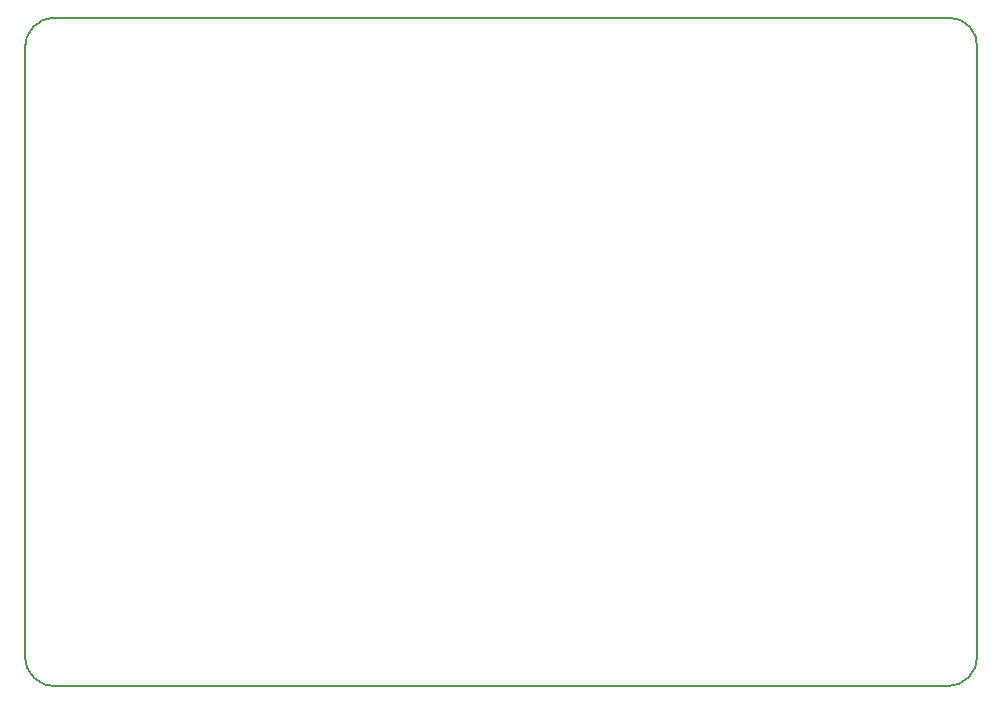
<source format=gko>
%TF.GenerationSoftware,KiCad,Pcbnew,4.0.7-e2-6376~58~ubuntu16.04.1*%
%TF.CreationDate,2017-09-24T11:29:09-07:00*%
%TF.ProjectId,mcphail-main-board,6D63706861696C2D6D61696E2D626F61,v1.1*%
%TF.FileFunction,Profile,NP*%
%FSLAX46Y46*%
G04 Gerber Fmt 4.6, Leading zero omitted, Abs format (unit mm)*
G04 Created by KiCad (PCBNEW 4.0.7-e2-6376~58~ubuntu16.04.1) date Sun Sep 24 11:29:09 2017*
%MOMM*%
%LPD*%
G01*
G04 APERTURE LIST*
%ADD10C,0.350000*%
%ADD11C,0.152400*%
G04 APERTURE END LIST*
D10*
D11*
X25826400Y-42129279D02*
G75*
G03X23276400Y-44840200I0J-2554776D01*
G01*
X103911400Y-44780200D02*
X103911400Y-96215200D01*
X101371400Y-98759055D02*
G75*
G03X103911400Y-96075200I0J2543855D01*
G01*
X25950255Y-98755200D02*
X101515255Y-98755200D01*
X23266400Y-96215200D02*
G75*
G03X25950255Y-98755200I2543855J0D01*
G01*
X103899489Y-44779008D02*
G75*
G03X101511400Y-42140200I-2388089J238808D01*
G01*
X23266400Y-96215200D02*
X23266400Y-44399200D01*
X25826400Y-42140200D02*
X101626400Y-42140200D01*
M02*

</source>
